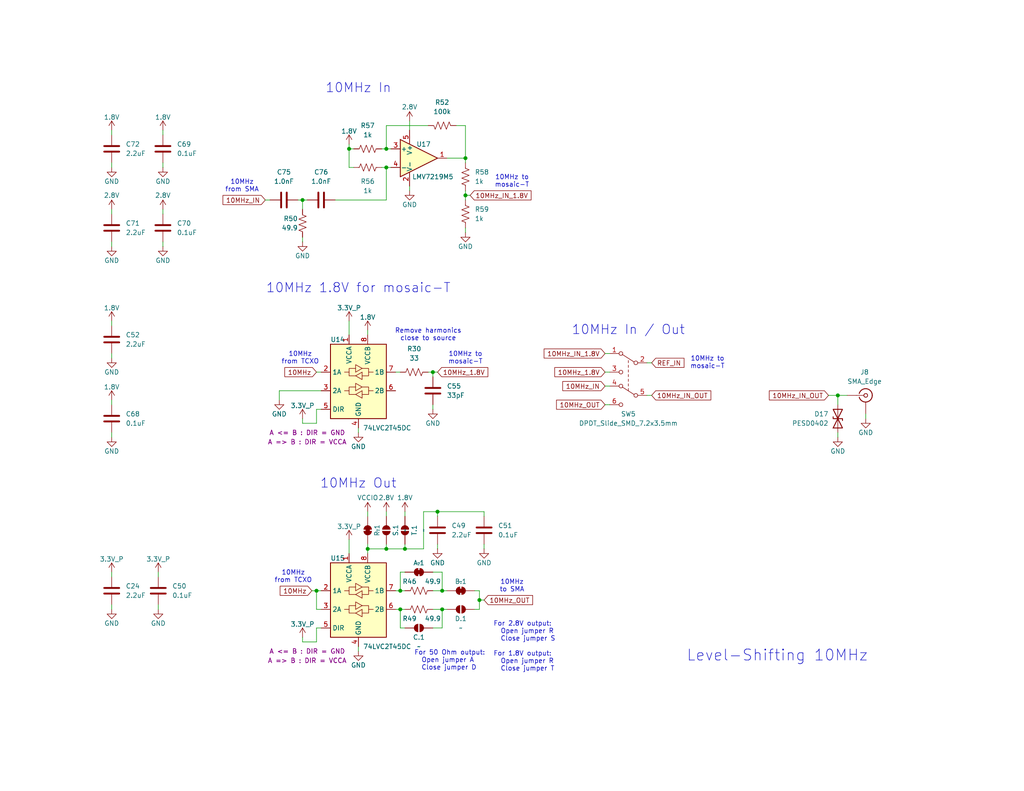
<source format=kicad_sch>
(kicad_sch (version 20231120) (generator "eeschema") (generator_version "8.0")
  (paper "USLetter")
  (title_block (title "Level Shifting 10MHz"))
  (lib_symbols
    (symbol "SparkFun-Capacitor:0.1uF_0603_25V_20%" (pin_numbers hide) (pin_names (offset 0.254))
      (property "Reference" "C" (at 0.635 2.54 0))
      (property "Value" "0.1uF" (at 0.635 -2.54 0))
      (property "Voltage" "25V" (at 0 -6.35 0))
      (property "Tolerance" "20%" (at 0 -8.89 0))
      (symbol "0.1uF_0603_25V_20%_0_1"
        (polyline (pts (xy -2.032 -0.762) (xy 2.032 -0.762)) (stroke (width 0.508)))
        (polyline (pts (xy -2.032 0.762) (xy 2.032 0.762)) (stroke (width 0.508)))
      )
      (symbol "0.1uF_0603_25V_20%_1_1"
        (pin passive line (at 0 3.81 270) (length 2.794) (name "~") (number "1"))
        (pin passive line (at 0 -3.81 90) (length 2.794) (name "~") (number "2"))
      )
    )
    (symbol "SparkFun-Capacitor:1.0nF_0603_50V_10%" (pin_numbers hide) (pin_names (offset 0.254))
      (property "Reference" "C" (at 0.635 2.54 0))
      (property "Value" "1.0nF" (at 0.635 -2.54 0))
      (property "Voltage" "50V" (at 0 -6.35 0))
      (property "Tolerance" "10%" (at 0 -8.89 0))
      (symbol "1.0nF_0603_50V_10%_0_1"
        (polyline (pts (xy -2.032 -0.762) (xy 2.032 -0.762)) (stroke (width 0.508)))
        (polyline (pts (xy -2.032 0.762) (xy 2.032 0.762)) (stroke (width 0.508)))
      )
      (symbol "1.0nF_0603_50V_10%_1_1"
        (pin passive line (at 0 3.81 270) (length 2.794) (name "~") (number "1"))
        (pin passive line (at 0 -3.81 90) (length 2.794) (name "~") (number "2"))
      )
    )
    (symbol "SparkFun-Capacitor:2.2uF_0603_10V_20%" (pin_numbers hide) (pin_names (offset 0.254))
      (property "Reference" "C" (at 0.635 2.54 0))
      (property "Value" "2.2uF" (at 0.635 -2.54 0))
      (property "Voltage" "10V" (at 0 -6.35 0))
      (property "Tolerance" "20%" (at 0 -8.89 0))
      (symbol "2.2uF_0603_10V_20%_0_1"
        (polyline (pts (xy -2.032 -0.762) (xy 2.032 -0.762)) (stroke (width 0.508)))
        (polyline (pts (xy -2.032 0.762) (xy 2.032 0.762)) (stroke (width 0.508)))
      )
      (symbol "2.2uF_0603_10V_20%_1_1"
        (pin passive line (at 0 3.81 270) (length 2.794) (name "~") (number "1"))
        (pin passive line (at 0 -3.81 90) (length 2.794) (name "~") (number "2"))
      )
    )
    (symbol "SparkFun-Capacitor:33pF_0603_50V_5%" (pin_numbers hide) (pin_names (offset 0.254))
      (property "Reference" "C" (at 0.635 2.54 0))
      (property "Value" "33pF" (at 0.635 -2.54 0))
      (property "Voltage" "50V" (at 0 -6.35 0))
      (property "Tolerance" "5%" (at 0 -8.89 0))
      (symbol "33pF_0603_50V_5%_0_1"
        (polyline (pts (xy -2.032 -0.762) (xy 2.032 -0.762)) (stroke (width 0.508)))
        (polyline (pts (xy -2.032 0.762) (xy 2.032 0.762)) (stroke (width 0.508)))
      )
      (symbol "33pF_0603_50V_5%_1_1"
        (pin passive line (at 0 3.81 270) (length 2.794) (name "~") (number "1"))
        (pin passive line (at 0 -3.81 90) (length 2.794) (name "~") (number "2"))
      )
    )
    (symbol "SparkFun-DiscreteSemi:D_TVS_0402" (pin_numbers hide) (pin_names (offset 1.016) hide)
      (property "Reference" "D" (at 0 2.54 0))
      (property "Value" "PESD0402" (at 0 -2.54 0))
      (symbol "D_TVS_0402_0_1"
        (polyline (pts (xy 1.27 0) (xy -1.27 0)))
        (polyline (pts (xy 0.508 1.27) (xy 0 1.27) (xy 0 -1.27) (xy -0.508 -1.27)) (stroke (width 0.254)))
        (polyline (pts (xy -2.54 1.27) (xy -2.54 -1.27) (xy 2.54 1.27) (xy 2.54 -1.27) (xy -2.54 1.27)) (stroke (width 0.254)))
      )
      (symbol "D_TVS_0402_1_1"
        (pin passive line (at -3.81 0 0) (length 2.54) (name "A1") (number "1"))
        (pin passive line (at 3.81 0 180) (length 2.54) (name "A2") (number "2"))
      )
    )
    (symbol "SparkFun-IC-Amplifier:LMV7219M5" (pin_names (offset 0.127))
      (property "Reference" "U" (at -1.27 6.35 0))
      (property "Value" "LMV7219M5" (at -1.27 3.81 0))
      (symbol "LMV7219M5_0_1"
        (polyline (pts (xy -5.08 5.08) (xy 5.08 0) (xy -5.08 -5.08) (xy -5.08 5.08)) (stroke (width 0.254)) (fill (type background)))
        (pin power_in line (at -2.54 -7.62 90) (length 3.81) (name "V-") (number "2"))
        (pin power_in line (at -2.54 7.62 270) (length 3.81) (name "V+") (number "5"))
      )
      (symbol "LMV7219M5_1_1"
        (pin output line (at 7.62 0 180) (length 2.54) (name "~") (number "1"))
        (pin input line (at -7.62 2.54 0) (length 2.54) (name "+") (number "3"))
        (pin input line (at -7.62 -2.54 0) (length 2.54) (name "-") (number "4"))
      )
    )
    (symbol "SparkFun-IC-Logic:74LVC2T45DC"
      (property "Reference" "U" (at -6.985 11.43 0))
      (property "Value" "74LVC2T45DC" (at 7.62 -12.065 0))
      (property "DIR1" "A <= B : DIR = GND" (at -13.335 -12.065 0))
      (property "DIR2" "A => B : DIR = VCCA" (at -13.335 -13.97 0))
      (symbol "74LVC2T45DC_1_1"
        (rectangle (start -7.62 10.16) (end 7.62 -10.16) (stroke (width 0.254)) (fill (type background)))
        (polyline (pts (xy -2.54 -2.54) (xy -2.54 -1.524) (xy -0.762 -1.524)))
        (polyline (pts (xy -2.54 2.54) (xy -2.54 3.556) (xy -0.762 3.556)))
        (polyline (pts (xy 2.794 -2.54) (xy 2.794 -3.556) (xy 1.016 -3.556)))
        (polyline (pts (xy 2.794 2.54) (xy 2.794 1.524) (xy 1.016 1.524)))
        (polyline (pts (xy -0.762 -3.556) (xy -2.54 -3.556) (xy -2.54 -2.54) (xy -3.81 -2.54)))
        (polyline (pts (xy -0.762 -2.54) (xy -0.762 -0.508) (xy 1.016 -1.524) (xy -0.762 -2.54)))
        (polyline (pts (xy -0.762 1.524) (xy -2.54 1.524) (xy -2.54 2.54) (xy -3.81 2.54)))
        (polyline (pts (xy -0.762 2.54) (xy -0.762 4.572) (xy 1.016 3.556) (xy -0.762 2.54)))
        (polyline (pts (xy 1.016 -1.524) (xy 2.794 -1.524) (xy 2.794 -2.54) (xy 4.064 -2.54)))
        (polyline (pts (xy 1.016 3.556) (xy 2.794 3.556) (xy 2.794 2.54) (xy 4.064 2.54)))
        (polyline (pts (xy 1.016 -2.54) (xy 1.016 -4.318) (xy 1.016 -4.572) (xy -0.762 -3.556) (xy 1.016 -2.54)))
        (polyline (pts (xy 1.016 2.54) (xy 1.016 0.762) (xy 1.016 0.508) (xy -0.762 1.524) (xy 1.016 2.54)))
        (pin power_in line (at -2.54 12.7 270) (length 2.54) (name "VCCA") (number "1"))
        (pin bidirectional line (at -10.16 2.54 0) (length 2.54) (name "1A") (number "2"))
        (pin bidirectional line (at -10.16 -2.54 0) (length 2.54) (name "2A") (number "3"))
        (pin power_in line (at 0 -12.7 90) (length 2.54) (name "GND") (number "4"))
        (pin input line (at -10.16 -7.62 0) (length 2.54) (name "DIR") (number "5"))
        (pin bidirectional line (at 10.16 -2.54 180) (length 2.54) (name "2B") (number "6"))
        (pin bidirectional line (at 10.16 2.54 180) (length 2.54) (name "1B") (number "7"))
        (pin power_in line (at 2.54 12.7 270) (length 2.54) (name "VCCB") (number "8"))
      )
    )
    (symbol "SparkFun-Jumper:SolderJumper_2_Bridged" (pin_numbers hide) (pin_names (offset 0) hide)
      (property "Reference" "JP" (at 0 2.032 0))
      (property "Value" "~" (at 0 -2.54 0))
      (symbol "SolderJumper_2_Bridged_0_1"
        (rectangle (start -0.508 0.508) (end 0.508 -0.508) (fill (type outline)))
        (arc (start -0.254 1.016) (mid -1.2656 0) (end -0.254 -1.016))
        (arc (start -0.254 1.016) (mid -1.2656 0) (end -0.254 -1.016) (fill (type outline)))
        (polyline (pts (xy -0.254 1.016) (xy -0.254 -1.016)))
        (polyline (pts (xy 0.254 1.016) (xy 0.254 -1.016)))
        (arc (start 0.254 -1.016) (mid 1.2656 0) (end 0.254 1.016))
        (arc (start 0.254 -1.016) (mid 1.2656 0) (end 0.254 1.016) (fill (type outline)))
      )
      (symbol "SolderJumper_2_Bridged_1_1"
        (pin passive line (at -3.81 0 0) (length 2.54) (name "A") (number "1"))
        (pin passive line (at 3.81 0 180) (length 2.54) (name "B") (number "2"))
      )
    )
    (symbol "SparkFun-Jumper:SolderJumper_2_Open" (pin_numbers hide) (pin_names (offset 0) hide)
      (property "Reference" "JP" (at 0 2.032 0))
      (property "Value" "~" (at 0 -2.54 0))
      (symbol "SolderJumper_2_Open_0_1"
        (arc (start -0.254 1.016) (mid -1.2656 0) (end -0.254 -1.016))
        (arc (start -0.254 1.016) (mid -1.2656 0) (end -0.254 -1.016) (fill (type outline)))
        (polyline (pts (xy -0.254 1.016) (xy -0.254 -1.016)))
        (polyline (pts (xy 0.254 1.016) (xy 0.254 -1.016)))
        (arc (start 0.254 -1.016) (mid 1.2656 0) (end 0.254 1.016))
        (arc (start 0.254 -1.016) (mid 1.2656 0) (end 0.254 1.016) (fill (type outline)))
      )
      (symbol "SolderJumper_2_Open_1_1"
        (pin passive line (at -3.81 0 0) (length 2.54) (name "A") (number "1"))
        (pin passive line (at 3.81 0 180) (length 2.54) (name "B") (number "2"))
      )
    )
    (symbol "SparkFun-PowerSymbol:1.8V" (power) (pin_names (offset 0))
      (property "Value" "1.8V" (at 0 3.81 0))
      (symbol "1.8V_0_1"
        (polyline (pts (xy 0 0) (xy 0 2.54)))
        (polyline (pts (xy 0 2.54) (xy 0.762 1.27)))
      )
      (symbol "1.8V_1_1"
        (polyline (pts (xy -0.762 1.27) (xy 0 2.54)))
        (pin power_in line (at 0 0 90) (length 0) hide (name "1.8V") (number "1"))
      )
    )
    (symbol "SparkFun-PowerSymbol:2.8V" (power) (pin_names (offset 0))
      (property "Value" "2.8V" (at 0 3.81 0))
      (symbol "2.8V_0_1"
        (polyline (pts (xy 0 0) (xy 0 2.54)))
        (polyline (pts (xy 0 2.54) (xy 0.762 1.27)))
      )
      (symbol "2.8V_1_1"
        (polyline (pts (xy -0.762 1.27) (xy 0 2.54)))
        (pin power_in line (at 0 0 90) (length 0) hide (name "2.8V") (number "1"))
      )
    )
    (symbol "SparkFun-PowerSymbol:3.3V_P" (power) (pin_names (offset 0))
      (property "Value" "3.3V_P" (at 0 3.81 0))
      (symbol "3.3V_P_0_1"
        (polyline (pts (xy 0 0) (xy 0 2.54)))
        (polyline (pts (xy 0 2.54) (xy 0.762 1.27)))
      )
      (symbol "3.3V_P_1_1"
        (polyline (pts (xy -0.762 1.27) (xy 0 2.54)))
        (pin power_in line (at 0 0 90) (length 0) hide (name "3.3V_P") (number "1"))
      )
    )
    (symbol "SparkFun-PowerSymbol:GND" (power) (pin_names (offset 0))
      (property "Value" "GND" (at 0 -3.81 0))
      (symbol "GND_0_1"
        (polyline (pts (xy 0 0) (xy 0 -1.27) (xy 1.27 -1.27) (xy 0 -2.54) (xy -1.27 -1.27) (xy 0 -1.27)))
      )
      (symbol "GND_1_1"
        (pin power_in line (at 0 0 270) (length 0) hide (name "GND") (number "1"))
      )
    )
    (symbol "SparkFun-PowerSymbol:VCC" (power) (pin_names (offset 0))
      (property "Value" "VCC" (at 0 3.81 0))
      (symbol "VCC_0_1"
        (polyline (pts (xy -0.762 1.27) (xy 0 2.54)))
        (polyline (pts (xy 0 0) (xy 0 2.54)))
        (polyline (pts (xy 0 2.54) (xy 0.762 1.27)))
      )
      (symbol "VCC_1_1"
        (pin power_in line (at 0 0 90) (length 0) hide (name "VCC") (number "1"))
      )
    )
    (symbol "SparkFun-RF:SMA_EdgeMount" (pin_numbers hide) (pin_names (offset 1.016) hide)
      (property "Reference" "J" (at 0.254 3.048 0))
      (property "Value" "SMA_Edge" (at 3.81 0 90))
      (symbol "SMA_EdgeMount_0_1"
        (arc (start -1.778 -0.508) (mid 0.2311 -1.8066) (end 1.778 0) (stroke (width 0.254)))
        (polyline (pts (xy -2.54 0) (xy -0.508 0)))
        (polyline (pts (xy 0 -2.54) (xy 0 -1.778)))
        (circle (center 0 0) (radius 0.508) (stroke (width 0.2032)))
        (arc (start 1.778 0) (mid 0.2099 1.8101) (end -1.778 0.508) (stroke (width 0.254)))
      )
      (symbol "SMA_EdgeMount_1_1"
        (pin passive line (at -5.08 0 0) (length 2.54) (name "In") (number "1"))
        (pin passive line (at 0 -5.08 90) (length 2.54) (name "Ext") (number "2"))
      )
    )
    (symbol "SparkFun-Resistor:100k_0603" (pin_numbers hide) (pin_names (offset 0))
      (property "Reference" "R" (at 0 -2.54 0))
      (property "Value" "100k" (at 0 2.54 0))
      (symbol "100k_0603_0_1"
        (polyline (pts (xy -2.286 0) (xy -2.54 0)))
        (polyline (pts (xy 2.286 0) (xy 2.54 0)))
        (polyline (pts (xy -0.762 0) (xy -1.143 -1.016) (xy -1.524 0) (xy -1.905 1.016) (xy -2.286 0)))
        (polyline (pts (xy 0.762 0) (xy 0.381 -1.016) (xy 0 0) (xy -0.381 1.016) (xy -0.762 0)))
        (polyline (pts (xy 2.286 0) (xy 1.905 -1.016) (xy 1.524 0) (xy 1.143 1.016) (xy 0.762 0)))
      )
      (symbol "100k_0603_1_1"
        (pin passive line (at 3.81 0 180) (length 1.27) (name "~") (number "1"))
        (pin passive line (at -3.81 0 0) (length 1.27) (name "~") (number "2"))
      )
    )
    (symbol "SparkFun-Resistor:1k_0603" (pin_numbers hide) (pin_names (offset 0))
      (property "Reference" "R" (at 0 -2.54 0))
      (property "Value" "1k" (at 0 2.54 0))
      (symbol "1k_0603_0_1"
        (polyline (pts (xy -2.286 0) (xy -2.54 0)))
        (polyline (pts (xy 2.286 0) (xy 2.54 0)))
        (polyline (pts (xy -0.762 0) (xy -1.143 -1.016) (xy -1.524 0) (xy -1.905 1.016) (xy -2.286 0)))
        (polyline (pts (xy 0.762 0) (xy 0.381 -1.016) (xy 0 0) (xy -0.381 1.016) (xy -0.762 0)))
        (polyline (pts (xy 2.286 0) (xy 1.905 -1.016) (xy 1.524 0) (xy 1.143 1.016) (xy 0.762 0)))
      )
      (symbol "1k_0603_1_1"
        (pin passive line (at 3.81 0 180) (length 1.27) (name "~") (number "1"))
        (pin passive line (at -3.81 0 0) (length 1.27) (name "~") (number "2"))
      )
    )
    (symbol "SparkFun-Resistor:33_0603" (pin_numbers hide) (pin_names (offset 0))
      (property "Reference" "R" (at 0 -2.54 0))
      (property "Value" "33" (at 0 2.54 0))
      (symbol "33_0603_0_1"
        (polyline (pts (xy -2.286 0) (xy -2.54 0)))
        (polyline (pts (xy 2.286 0) (xy 2.54 0)))
        (polyline (pts (xy -0.762 0) (xy -1.143 -1.016) (xy -1.524 0) (xy -1.905 1.016) (xy -2.286 0)))
        (polyline (pts (xy 0.762 0) (xy 0.381 -1.016) (xy 0 0) (xy -0.381 1.016) (xy -0.762 0)))
        (polyline (pts (xy 2.286 0) (xy 1.905 -1.016) (xy 1.524 0) (xy 1.143 1.016) (xy 0.762 0)))
      )
      (symbol "33_0603_1_1"
        (pin passive line (at 3.81 0 180) (length 1.27) (name "~") (number "1"))
        (pin passive line (at -3.81 0 0) (length 1.27) (name "~") (number "2"))
      )
    )
    (symbol "SparkFun-Resistor:49.9_0603" (pin_numbers hide) (pin_names (offset 0))
      (property "Reference" "R" (at 0 -2.54 0))
      (property "Value" "49.9" (at 0 2.54 0))
      (symbol "49.9_0603_0_1"
        (polyline (pts (xy -2.286 0) (xy -2.54 0)))
        (polyline (pts (xy 2.286 0) (xy 2.54 0)))
        (polyline (pts (xy -0.762 0) (xy -1.143 -1.016) (xy -1.524 0) (xy -1.905 1.016) (xy -2.286 0)))
        (polyline (pts (xy 0.762 0) (xy 0.381 -1.016) (xy 0 0) (xy -0.381 1.016) (xy -0.762 0)))
        (polyline (pts (xy 2.286 0) (xy 1.905 -1.016) (xy 1.524 0) (xy 1.143 1.016) (xy 0.762 0)))
      )
      (symbol "49.9_0603_1_1"
        (pin passive line (at 3.81 0 180) (length 1.27) (name "~") (number "1"))
        (pin passive line (at -3.81 0 0) (length 1.27) (name "~") (number "2"))
      )
    )
    (symbol "SparkFun-Switch:DPDT_Slide_SMD_7.2x3.5mm" (pin_names (offset 0) hide)
      (property "Reference" "SW" (at 0 4.318 0))
      (property "Value" "DPDT_Slide_SMD_7.2x3.5mm" (at 0 -13.97 0))
      (symbol "DPDT_Slide_SMD_7.2x3.5mm_0_0"
        (circle (center -2.032 -8.89) (radius 0.508))
        (circle (center -2.032 0) (radius 0.508))
        (polyline (pts (xy 0 -7.62) (xy 0 -6.985)))
        (polyline (pts (xy 0 -6.35) (xy 0 -5.715)))
        (polyline (pts (xy 0 -5.08) (xy 0 -4.445)))
        (polyline (pts (xy 0 -3.81) (xy 0 -3.175)))
        (polyline (pts (xy 0 -2.54) (xy 0 -1.905)))
        (polyline (pts (xy 0 -1.27) (xy 0 -0.635)))
        (polyline (pts (xy 0 0) (xy 0 0.635)))
        (circle (center 2.032 -11.43) (radius 0.508))
        (circle (center 2.032 -2.54) (radius 0.508))
      )
      (symbol "DPDT_Slide_SMD_7.2x3.5mm_0_1"
        (polyline (pts (xy -1.524 -8.636) (xy 1.651 -6.604)))
        (polyline (pts (xy -1.524 0.254) (xy 1.651 2.286)))
        (circle (center 2.032 -6.35) (radius 0.508))
        (circle (center 2.032 2.54) (radius 0.508))
      )
      (symbol "DPDT_Slide_SMD_7.2x3.5mm_1_1"
        (pin passive line (at 5.08 2.54 180) (length 2.54) (name "A") (number "1"))
        (pin passive line (at -5.08 0 0) (length 2.54) (name "B") (number "2"))
        (pin passive line (at 5.08 -2.54 180) (length 2.54) (name "C") (number "3"))
        (pin passive line (at 5.08 -6.35 180) (length 2.54) (name "A") (number "4"))
        (pin passive line (at -5.08 -8.89 0) (length 2.54) (name "B") (number "5"))
        (pin passive line (at 5.08 -11.43 180) (length 2.54) (name "C") (number "6"))
      )
    )
    (symbol "power:GND" (power) (pin_numbers hide) (pin_names (offset 0) hide)
      (property "Value" "GND" (at 0 -3.81 0))
      (symbol "GND_0_1"
        (polyline (pts (xy 0 0) (xy 0 -1.27) (xy 1.27 -1.27) (xy 0 -2.54) (xy -1.27 -1.27) (xy 0 -1.27)))
      )
      (symbol "GND_1_1"
        (pin power_in line (at 0 0 270) (length 0) (name "~") (number "1"))
      )
    )
  )
  (junction (at 95.25 40.64))
  (junction (at 86.36 161.29))
  (junction (at 100.33 149.86))
  (junction (at 127 53.34))
  (junction (at 109.22 161.29))
  (junction (at 110.49 149.86))
  (junction (at 82.55 54.61))
  (junction (at 105.41 149.86))
  (junction (at 105.41 45.72))
  (junction (at 120.65 161.29))
  (junction (at 120.65 166.37))
  (junction (at 105.41 40.64))
  (junction (at 127 43.18))
  (junction (at 130.81 163.83))
  (junction (at 118.11 101.6))
  (junction (at 228.6 107.95))
  (junction (at 109.22 166.37))
  (junction (at 119.38 139.7))
  (wire (pts (xy 86.36 175.26) (xy 86.36 171.45)))
  (wire (pts (xy 110.49 149.86) (xy 115.57 149.86)))
  (wire (pts (xy 115.57 139.7) (xy 115.57 149.86)))
  (wire (pts (xy 96.52 45.72) (xy 95.25 45.72)))
  (wire (pts (xy 111.76 50.8) (xy 111.76 52.07)))
  (wire (pts (xy 30.48 88.9) (xy 30.48 87.63)))
  (wire (pts (xy 30.48 157.48) (xy 30.48 156.21)))
  (wire (pts (xy 30.48 97.79) (xy 30.48 96.52)))
  (wire (pts (xy 129.54 161.29) (xy 130.81 161.29)))
  (wire (pts (xy 118.11 161.29) (xy 120.65 161.29)))
  (wire (pts (xy 109.22 156.21) (xy 109.22 161.29)))
  (wire (pts (xy 72.39 54.61) (xy 73.66 54.61)))
  (wire (pts (xy 109.22 161.29) (xy 110.49 161.29)))
  (wire (pts (xy 82.55 64.77) (xy 82.55 66.04)))
  (wire (pts (xy 111.76 33.02) (xy 111.76 35.56)))
  (wire (pts (xy 30.48 36.83) (xy 30.48 35.56)))
  (wire (pts (xy 107.95 161.29) (xy 109.22 161.29)))
  (wire (pts (xy 100.33 90.17) (xy 100.33 91.44)))
  (wire (pts (xy 87.63 166.37) (xy 86.36 166.37)))
  (wire (pts (xy 129.54 166.37) (xy 130.81 166.37)))
  (wire (pts (xy 107.95 101.6) (xy 109.22 101.6)))
  (wire (pts (xy 226.06 107.95) (xy 228.6 107.95)))
  (wire (pts (xy 127 44.45) (xy 127 43.18)))
  (wire (pts (xy 30.48 166.37) (xy 30.48 165.1)))
  (wire (pts (xy 119.38 140.97) (xy 119.38 139.7)))
  (wire (pts (xy 95.25 40.64) (xy 95.25 45.72)))
  (wire (pts (xy 116.84 101.6) (xy 118.11 101.6)))
  (wire (pts (xy 132.08 149.86) (xy 132.08 148.59)))
  (wire (pts (xy 127 53.34) (xy 127 54.61)))
  (wire (pts (xy 105.41 34.29) (xy 105.41 40.64)))
  (wire (pts (xy 109.22 166.37) (xy 109.22 171.45)))
  (wire (pts (xy 86.36 101.6) (xy 87.63 101.6)))
  (wire (pts (xy 118.11 166.37) (xy 120.65 166.37)))
  (wire (pts (xy 82.55 115.57) (xy 86.36 115.57)))
  (wire (pts (xy 86.36 161.29) (xy 86.36 166.37)))
  (wire (pts (xy 95.25 40.64) (xy 96.52 40.64)))
  (wire (pts (xy 43.18 157.48) (xy 43.18 156.21)))
  (wire (pts (xy 85.09 161.29) (xy 86.36 161.29)))
  (wire (pts (xy 43.18 166.37) (xy 43.18 165.1)))
  (wire (pts (xy 105.41 148.59) (xy 105.41 149.86)))
  (wire (pts (xy 105.41 40.64) (xy 106.68 40.64)))
  (wire (pts (xy 76.2 106.68) (xy 76.2 109.22)))
  (wire (pts (xy 119.38 139.7) (xy 115.57 139.7)))
  (wire (pts (xy 44.45 67.31) (xy 44.45 66.04)))
  (wire (pts (xy 30.48 110.49) (xy 30.48 109.22)))
  (wire (pts (xy 104.14 45.72) (xy 105.41 45.72)))
  (wire (pts (xy 118.11 171.45) (xy 120.65 171.45)))
  (wire (pts (xy 165.1 110.49) (xy 166.37 110.49)))
  (wire (pts (xy 91.44 54.61) (xy 105.41 54.61)))
  (wire (pts (xy 116.84 34.29) (xy 105.41 34.29)))
  (wire (pts (xy 86.36 161.29) (xy 87.63 161.29)))
  (wire (pts (xy 30.48 45.72) (xy 30.48 44.45)))
  (wire (pts (xy 118.11 101.6) (xy 119.38 101.6)))
  (wire (pts (xy 95.25 87.63) (xy 95.25 91.44)))
  (wire (pts (xy 100.33 149.86) (xy 105.41 149.86)))
  (wire (pts (xy 110.49 156.21) (xy 109.22 156.21)))
  (wire (pts (xy 120.65 156.21) (xy 120.65 161.29)))
  (wire (pts (xy 165.1 96.52) (xy 166.37 96.52)))
  (wire (pts (xy 105.41 45.72) (xy 105.41 54.61)))
  (wire (pts (xy 118.11 156.21) (xy 120.65 156.21)))
  (wire (pts (xy 81.28 54.61) (xy 82.55 54.61)))
  (wire (pts (xy 127 62.23) (xy 127 63.5)))
  (wire (pts (xy 130.81 161.29) (xy 130.81 163.83)))
  (wire (pts (xy 82.55 175.26) (xy 86.36 175.26)))
  (wire (pts (xy 30.48 67.31) (xy 30.48 66.04)))
  (wire (pts (xy 97.79 116.84) (xy 97.79 118.11)))
  (wire (pts (xy 105.41 139.7) (xy 105.41 140.97)))
  (wire (pts (xy 120.65 166.37) (xy 120.65 171.45)))
  (wire (pts (xy 127 34.29) (xy 127 43.18)))
  (wire (pts (xy 107.95 166.37) (xy 109.22 166.37)))
  (wire (pts (xy 236.22 113.03) (xy 236.22 114.3)))
  (wire (pts (xy 86.36 111.76) (xy 87.63 111.76)))
  (wire (pts (xy 109.22 166.37) (xy 110.49 166.37)))
  (wire (pts (xy 176.53 99.06) (xy 177.8 99.06)))
  (wire (pts (xy 44.45 45.72) (xy 44.45 44.45)))
  (wire (pts (xy 105.41 149.86) (xy 110.49 149.86)))
  (wire (pts (xy 110.49 139.7) (xy 110.49 140.97)))
  (wire (pts (xy 132.08 140.97) (xy 132.08 139.7)))
  (wire (pts (xy 82.55 173.99) (xy 82.55 175.26)))
  (wire (pts (xy 127 52.07) (xy 127 53.34)))
  (wire (pts (xy 100.33 149.86) (xy 100.33 151.13)))
  (wire (pts (xy 121.92 43.18) (xy 127 43.18)))
  (wire (pts (xy 105.41 45.72) (xy 106.68 45.72)))
  (wire (pts (xy 97.79 176.53) (xy 97.79 177.8)))
  (wire (pts (xy 82.55 54.61) (xy 83.82 54.61)))
  (wire (pts (xy 119.38 139.7) (xy 132.08 139.7)))
  (wire (pts (xy 44.45 58.42) (xy 44.45 57.15)))
  (wire (pts (xy 130.81 163.83) (xy 130.81 166.37)))
  (wire (pts (xy 120.65 161.29) (xy 121.92 161.29)))
  (wire (pts (xy 118.11 110.49) (xy 118.11 111.76)))
  (wire (pts (xy 124.46 34.29) (xy 127 34.29)))
  (wire (pts (xy 127 53.34) (xy 128.27 53.34)))
  (wire (pts (xy 165.1 105.41) (xy 166.37 105.41)))
  (wire (pts (xy 165.1 101.6) (xy 166.37 101.6)))
  (wire (pts (xy 95.25 147.32) (xy 95.25 151.13)))
  (wire (pts (xy 82.55 114.3) (xy 82.55 115.57)))
  (wire (pts (xy 87.63 106.68) (xy 76.2 106.68)))
  (wire (pts (xy 120.65 166.37) (xy 121.92 166.37)))
  (wire (pts (xy 104.14 40.64) (xy 105.41 40.64)))
  (wire (pts (xy 82.55 54.61) (xy 82.55 57.15)))
  (wire (pts (xy 30.48 58.42) (xy 30.48 57.15)))
  (wire (pts (xy 30.48 119.38) (xy 30.48 118.11)))
  (wire (pts (xy 95.25 39.37) (xy 95.25 40.64)))
  (wire (pts (xy 44.45 36.83) (xy 44.45 35.56)))
  (wire (pts (xy 228.6 119.38) (xy 228.6 118.11)))
  (wire (pts (xy 86.36 115.57) (xy 86.36 111.76)))
  (wire (pts (xy 110.49 148.59) (xy 110.49 149.86)))
  (wire (pts (xy 100.33 148.59) (xy 100.33 149.86)))
  (wire (pts (xy 228.6 107.95) (xy 231.14 107.95)))
  (wire (pts (xy 119.38 149.86) (xy 119.38 148.59)))
  (wire (pts (xy 100.33 139.7) (xy 100.33 140.97)))
  (wire (pts (xy 228.6 107.95) (xy 228.6 110.49)))
  (wire (pts (xy 110.49 171.45) (xy 109.22 171.45)))
  (wire (pts (xy 176.53 107.95) (xy 177.8 107.95)))
  (wire (pts (xy 130.81 163.83) (xy 132.08 163.83)))
  (wire (pts (xy 118.11 101.6) (xy 118.11 102.87)))
  (wire (pts (xy 86.36 171.45) (xy 87.63 171.45)))
  (text "10MHz\nfrom TCXO" (at 81.915 97.79 0) (effects (font (size 1.27 1.27))))
  (text "10MHz\nfrom SMA" (at 66.04 50.8 0) (effects (font (size 1.27 1.27))))
  (text "10MHz to\nmosaic-T" (at 139.7 49.53 0) (effects (font (size 1.27 1.27))))
  (text "10MHz to\nmosaic-T" (at 127 97.79 0) (effects (font (size 1.27 1.27))))
  (text "10MHz\nfrom TCXO" (at 80.01 157.48 0) (effects (font (size 1.27 1.27))))
  (text "10MHz In" (at 97.79 24.13 0) (effects (font (size 2.54 2.54))))
  (text "For 50 Ohm output:\n  Open jumper A\n  Close jumper D" (at 113.03 180.34 0) (effects (font (size 1.27 1.27)) (justify left)))
  (text "Remove harmonics\nclose to source" (at 116.84 91.44 0) (effects (font (size 1.27 1.27))))
  (text "For 2.8V output:\n  Open jumper R\n  Close jumper S\n\nFor 1.8V output:\n  Open jumper R\n  Close jumper T" (at 134.62 176.53 0) (effects (font (size 1.27 1.27)) (justify left)))
  (text "10MHz 1.8V for mosaic-T" (at 97.79 78.74 0) (effects (font (size 2.54 2.54))))
  (text "Level-Shifting 10MHz" (at 212.09 179.07 0) (effects (font (size 3 3))))
  (text "10MHz\nto SMA" (at 139.7 160.02 0) (effects (font (size 1.27 1.27))))
  (text "10MHz to\nmosaic-T" (at 193.04 99.06 0) (effects (font (size 1.27 1.27))))
  (text "10MHz In / Out" (at 171.45 90.17 0) (effects (font (size 2.54 2.54))))
  (text "10MHz Out" (at 97.79 132.08 0) (effects (font (size 2.54 2.54))))
  (global_label "10MHz_1.8V" (shape input) (at 119.38 101.6 0) (property "Intersheetrefs" "${INTERSHEET_REFS}" (effects (hide yes))))
  (global_label "10MHz" (shape input) (at 86.36 101.6 180) (property "Intersheetrefs" "${INTERSHEET_REFS}" (effects (hide yes))))
  (global_label "10MHz" (shape input) (at 85.09 161.29 180) (property "Intersheetrefs" "${INTERSHEET_REFS}" (effects (hide yes))))
  (global_label "10MHz_1.8V" (shape input) (at 165.1 101.6 180) (property "Intersheetrefs" "${INTERSHEET_REFS}" (effects (hide yes))))
  (global_label "10MHz_IN_1.8V" (shape input) (at 165.1 96.52 180) (property "Intersheetrefs" "${INTERSHEET_REFS}" (effects (hide yes))))
  (global_label "10MHz_OUT" (shape input) (at 132.08 163.83 0) (property "Intersheetrefs" "${INTERSHEET_REFS}" (effects (hide yes))))
  (global_label "10MHz_OUT" (shape input) (at 165.1 110.49 180) (property "Intersheetrefs" "${INTERSHEET_REFS}" (effects (hide yes))))
  (global_label "10MHz_IN_OUT" (shape input) (at 177.8 107.95 0) (property "Intersheetrefs" "${INTERSHEET_REFS}" (effects (hide yes))))
  (global_label "10MHz_IN_1.8V" (shape input) (at 128.27 53.34 0) (property "Intersheetrefs" "${INTERSHEET_REFS}" (effects (hide yes))))
  (global_label "10MHz_IN" (shape input) (at 165.1 105.41 180) (property "Intersheetrefs" "${INTERSHEET_REFS}" (effects (hide yes))))
  (global_label "10MHz_IN_OUT" (shape input) (at 226.06 107.95 180) (property "Intersheetrefs" "${INTERSHEET_REFS}" (effects (hide yes))))
  (global_label "REF_IN" (shape input) (at 177.8 99.06 0) (property "Intersheetrefs" "${INTERSHEET_REFS}" (effects (hide yes))))
  (global_label "10MHz_IN" (shape input) (at 72.39 54.61 180) (property "Intersheetrefs" "${INTERSHEET_REFS}" (effects (hide yes))))
  (symbol (lib_id "SparkFun-PowerSymbol:1.8V") (at 44.45 35.56 0) (unit 1)
    (property "Reference" "#PWR0249" (effects (hide yes)))
    (property "Value" "1.8V" (at 44.45 32.004 0))
    (property "Description" "Power symbol creates a global label with name \"1.8V\"" (effects (hide yes)))
  )
  (symbol (lib_id "SparkFun-PowerSymbol:1.8V") (at 30.48 109.22 0) (unit 1)
    (property "Reference" "#PWR0247" (effects (hide yes)))
    (property "Value" "1.8V" (at 30.48 105.664 0))
    (property "Description" "Power symbol creates a global label with name \"1.8V\"" (effects (hide yes)))
  )
  (symbol (lib_id "power:GND") (at 30.48 97.79 0) (unit 1)
    (property "Reference" "#PWR0246" (effects (hide yes)))
    (property "Value" "GND" (at 30.48 101.6 0))
    (property "Description" "Power symbol creates a global label with name \"GND\" , ground" (effects (hide yes)))
  )
  (symbol (lib_id "SparkFun-Capacitor:2.2uF_0603_10V_20%") (at 30.48 92.71 0) (mirror y) (unit 1)
    (property "Reference" "C52" (at 34.29 91.4399 0) (effects (justify right)))
    (property "Value" "2.2uF" (at 34.29 93.9799 0) (effects (justify right)))
    (property "Footprint" "SparkFun-Capacitor:C_0603_1608Metric" (effects (hide yes)))
    (property "Datasheet" "https://cdn.sparkfun.com/assets/8/a/4/a/5/Kemet_Capacitor_Datasheet.pdf" (effects (hide yes)))
    (property "Description" "Unpolarized capacitor" (effects (hide yes)))
    (property "PROD_ID" "CAP-07888" (effects (hide yes)))
    (property "Voltage" "10V" (effects (hide yes)))
    (property "Tolerance" "20%" (effects (hide yes)))
  )
  (symbol (lib_id "SparkFun-PowerSymbol:3.3V_P") (at 95.25 147.32 0) (unit 1)
    (property "Reference" "#PWR0189" (effects (hide yes)))
    (property "Value" "3.3V_P" (at 95.25 143.764 0))
    (property "Description" "Power symbol creates a global label with name \"3.3V_P\"" (effects (hide yes)))
  )
  (symbol (lib_id "SparkFun-PowerSymbol:3.3V_P") (at 95.25 87.63 0) (unit 1)
    (property "Reference" "#PWR0188" (effects (hide yes)))
    (property "Value" "3.3V_P" (at 95.25 84.074 0))
    (property "Description" "Power symbol creates a global label with name \"3.3V_P\"" (effects (hide yes)))
  )
  (symbol (lib_id "SparkFun-PowerSymbol:GND") (at 236.22 114.3 0) (unit 1)
    (property "Reference" "#PWR0211" (effects (hide yes)))
    (property "Value" "GND" (at 236.22 118.11 0))
    (property "Description" "Power symbol creates a global label with name \"GND\" , ground" (effects (hide yes)))
  )
  (symbol (lib_id "SparkFun-Capacitor:2.2uF_0603_10V_20%") (at 30.48 62.23 0) (mirror y) (unit 1)
    (property "Reference" "C71" (at 34.29 60.9599 0) (effects (justify right)))
    (property "Value" "2.2uF" (at 34.29 63.4999 0) (effects (justify right)))
    (property "Footprint" "SparkFun-Capacitor:C_0603_1608Metric" (effects (hide yes)))
    (property "Datasheet" "https://cdn.sparkfun.com/assets/8/a/4/a/5/Kemet_Capacitor_Datasheet.pdf" (effects (hide yes)))
    (property "Description" "Unpolarized capacitor" (effects (hide yes)))
    (property "PROD_ID" "CAP-07888" (effects (hide yes)))
    (property "Voltage" "10V" (effects (hide yes)))
    (property "Tolerance" "20%" (effects (hide yes)))
  )
  (symbol (lib_id "SparkFun-Resistor:1k_0603") (at 100.33 40.64 180) (unit 1)
    (property "Reference" "R57" (at 100.33 34.29 0))
    (property "Value" "1k" (at 100.33 36.83 0))
    (property "Footprint" "SparkFun-Resistor:R_0603_1608Metric" (effects (hide yes)))
    (property "Datasheet" "https://www.vishay.com/docs/20035/dcrcwe3.pdf" (effects (hide yes)))
    (property "Description" "Resistor" (effects (hide yes)))
    (property "PROD_ID" "RES-07856" (effects (hide yes)))
  )
  (symbol (lib_id "power:GND") (at 118.11 111.76 0) (unit 1)
    (property "Reference" "#PWR0194" (effects (hide yes)))
    (property "Value" "GND" (at 118.11 115.57 0))
    (property "Description" "Power symbol creates a global label with name \"GND\" , ground" (effects (hide yes)))
  )
  (symbol (lib_id "SparkFun-Jumper:SolderJumper_2_Bridged") (at 125.73 161.29 0) (unit 1)
    (property "Reference" "B.1" (at 125.73 158.75 0))
    (property "Value" "~" (at 125.73 158.75 0))
    (property "Footprint" "SparkFun-Jumper:Jumper_2_NC_Trace" (effects (hide yes)))
    (property "Description" "Solder Jumper, 2-pole, closed/bridged" (effects (hide yes)))
  )
  (symbol (lib_id "SparkFun-Resistor:1k_0603") (at 127 48.26 270) (unit 1)
    (property "Reference" "R58" (at 129.54 46.9899 90) (effects (justify left)))
    (property "Value" "1k" (at 129.54 49.5299 90) (effects (justify left)))
    (property "Footprint" "SparkFun-Resistor:R_0603_1608Metric" (effects (hide yes)))
    (property "Datasheet" "https://www.vishay.com/docs/20035/dcrcwe3.pdf" (effects (hide yes)))
    (property "Description" "Resistor" (effects (hide yes)))
    (property "PROD_ID" "RES-07856" (effects (hide yes)))
  )
  (symbol (lib_id "SparkFun-PowerSymbol:1.8V") (at 110.49 139.7 0) (unit 1)
    (property "Reference" "#PWR0261" (effects (hide yes)))
    (property "Value" "1.8V" (at 110.49 135.89 0))
    (property "Description" "Power symbol creates a global label with name \"1.8V\"" (effects (hide yes)))
  )
  (symbol (lib_id "SparkFun-PowerSymbol:2.8V") (at 111.76 33.02 0) (unit 1)
    (property "Reference" "#PWR0260" (effects (hide yes)))
    (property "Value" "2.8V" (at 111.76 29.21 0))
    (property "Description" "Power symbol creates a global label with name \"2.8V\"" (effects (hide yes)))
  )
  (symbol (lib_id "SparkFun-Jumper:SolderJumper_2_Open") (at 114.3 171.45 0) (unit 1)
    (property "Reference" "C.1" (at 114.3 173.99 0))
    (property "Value" "~" (at 114.3 176.53 0))
    (property "Footprint" "SparkFun-Jumper:Jumper_2_NO" (effects (hide yes)))
    (property "Description" "Solder Jumper, 2-pole, open" (effects (hide yes)))
  )
  (symbol (lib_id "SparkFun-Capacitor:0.1uF_0603_25V_20%") (at 30.48 114.3 0) (unit 1)
    (property "Reference" "C68" (at 34.29 113.0299 0) (effects (justify left)))
    (property "Value" "0.1uF" (at 34.29 115.5699 0) (effects (justify left)))
    (property "Footprint" "SparkFun-Capacitor:C_0603_1608Metric" (effects (hide yes)))
    (property "Datasheet" "https://cdn.sparkfun.com/assets/8/a/4/a/5/Kemet_Capacitor_Datasheet.pdf" (effects (hide yes)))
    (property "Description" "Unpolarized capacitor" (effects (hide yes)))
    (property "PROD_ID" "CAP-00810" (effects (hide yes)))
    (property "Voltage" "25V" (effects (hide yes)))
    (property "Tolerance" "20%" (effects (hide yes)))
  )
  (symbol (lib_id "SparkFun-Capacitor:2.2uF_0603_10V_20%") (at 30.48 161.29 0) (mirror y) (unit 1)
    (property "Reference" "C24" (at 34.29 160.0199 0) (effects (justify right)))
    (property "Value" "2.2uF" (at 34.29 162.5599 0) (effects (justify right)))
    (property "Footprint" "SparkFun-Capacitor:C_0603_1608Metric" (effects (hide yes)))
    (property "Datasheet" "https://cdn.sparkfun.com/assets/8/a/4/a/5/Kemet_Capacitor_Datasheet.pdf" (effects (hide yes)))
    (property "Description" "Unpolarized capacitor" (effects (hide yes)))
    (property "PROD_ID" "CAP-07888" (effects (hide yes)))
    (property "Voltage" "10V" (effects (hide yes)))
    (property "Tolerance" "20%" (effects (hide yes)))
  )
  (symbol (lib_id "SparkFun-IC-Logic:74LVC2T45DC") (at 97.79 163.83 0) (unit 1)
    (property "Reference" "U15" (at 90.17 152.4 0) (effects (justify left)))
    (property "Value" "74LVC2T45DC" (at 99.06 176.53 0) (effects (justify left)))
    (property "Footprint" "SparkFun-Semiconductor-Standard:VSSOP8_SOT765-1" (effects (hide yes)))
    (property "Datasheet" "https://assets.nexperia.com/documents/data-sheet/74LVC_LVCH2T45.pdf" (effects (hide yes)))
    (property "Description" "Dual supply translating transceiver, 3-state, 2-bit, VSSOP-8" (effects (hide yes)))
    (property "PROD_ID" "IC-19989" (effects (hide yes)))
    (property "DIR1" "A <= B : DIR = GND" (at 83.82 177.8 0))
    (property "DIR2" "A => B : DIR = VCCA" (at 83.82 180.34 0))
  )
  (symbol (lib_id "SparkFun-PowerSymbol:3.3V_P") (at 30.48 156.21 0) (unit 1)
    (property "Reference" "#PWR070" (effects (hide yes)))
    (property "Value" "3.3V_P" (at 30.48 152.654 0))
    (property "Description" "Power symbol creates a global label with name \"3.3V_P\"" (effects (hide yes)))
  )
  (symbol (lib_id "SparkFun-IC-Logic:74LVC2T45DC") (at 97.79 104.14 0) (unit 1)
    (property "Reference" "U14" (at 90.17 92.71 0) (effects (justify left)))
    (property "Value" "74LVC2T45DC" (at 99.06 116.84 0) (effects (justify left)))
    (property "Footprint" "SparkFun-Semiconductor-Standard:VSSOP8_SOT765-1" (effects (hide yes)))
    (property "Datasheet" "https://assets.nexperia.com/documents/data-sheet/74LVC_LVCH2T45.pdf" (effects (hide yes)))
    (property "Description" "Dual supply translating transceiver, 3-state, 2-bit, VSSOP-8" (effects (hide yes)))
    (property "PROD_ID" "IC-19989" (effects (hide yes)))
    (property "DIR1" "A <= B : DIR = GND" (at 83.82 118.11 0))
    (property "DIR2" "A => B : DIR = VCCA" (at 83.82 120.65 0))
  )
  (symbol (lib_id "power:GND") (at 132.08 149.86 0) (unit 1)
    (property "Reference" "#PWR0184" (effects (hide yes)))
    (property "Value" "GND" (at 132.08 153.67 0))
    (property "Description" "Power symbol creates a global label with name \"GND\" , ground" (effects (hide yes)))
  )
  (symbol (lib_id "SparkFun-Jumper:SolderJumper_2_Open") (at 125.73 166.37 0) (unit 1)
    (property "Reference" "D.1" (at 125.73 168.91 0))
    (property "Value" "~" (at 125.73 171.45 0))
    (property "Footprint" "SparkFun-Jumper:Jumper_2_NO" (effects (hide yes)))
    (property "Description" "Solder Jumper, 2-pole, open" (effects (hide yes)))
  )
  (symbol (lib_id "SparkFun-Resistor:49.9_0603") (at 114.3 166.37 0) (unit 1)
    (property "Reference" "R49" (at 111.76 168.91 0))
    (property "Value" "49.9" (at 118.11 168.91 0))
    (property "Footprint" "SparkFun-Resistor:R_0603_1608Metric" (effects (hide yes)))
    (property "Datasheet" "https://www.vishay.com/docs/20035/dcrcwe3.pdf" (effects (hide yes)))
    (property "Description" "Resistor" (effects (hide yes)))
    (property "PROD_ID" "RES-16237" (effects (hide yes)))
    (property "Wattage" "0.5W" (effects (hide yes)))
    (property "Tolerance" "1%" (effects (hide yes)))
  )
  (symbol (lib_id "SparkFun-Resistor:49.9_0603") (at 114.3 161.29 0) (unit 1)
    (property "Reference" "R46" (at 111.76 158.75 0))
    (property "Value" "49.9" (at 118.11 158.75 0))
    (property "Footprint" "SparkFun-Resistor:R_0603_1608Metric" (effects (hide yes)))
    (property "Datasheet" "https://www.vishay.com/docs/20035/dcrcwe3.pdf" (effects (hide yes)))
    (property "Description" "Resistor" (effects (hide yes)))
    (property "PROD_ID" "RES-16237" (effects (hide yes)))
    (property "Wattage" "0.5W" (effects (hide yes)))
    (property "Tolerance" "1%" (effects (hide yes)))
  )
  (symbol (lib_id "SparkFun-PowerSymbol:3.3V_P") (at 82.55 173.99 0) (unit 1)
    (property "Reference" "#PWR0187" (effects (hide yes)))
    (property "Value" "3.3V_P" (at 82.55 170.434 0))
    (property "Description" "Power symbol creates a global label with name \"3.3V_P\"" (effects (hide yes)))
  )
  (symbol (lib_id "power:GND") (at 43.18 166.37 0) (unit 1)
    (property "Reference" "#PWR0182" (effects (hide yes)))
    (property "Value" "GND" (at 43.18 170.18 0))
    (property "Description" "Power symbol creates a global label with name \"GND\" , ground" (effects (hide yes)))
  )
  (symbol (lib_id "SparkFun-PowerSymbol:2.8V") (at 105.41 139.7 0) (unit 1)
    (property "Reference" "#PWR0242" (effects (hide yes)))
    (property "Value" "2.8V" (at 105.41 135.89 0))
    (property "Description" "Power symbol creates a global label with name \"2.8V\"" (effects (hide yes)))
  )
  (symbol (lib_id "SparkFun-Resistor:1k_0603") (at 127 58.42 270) (unit 1)
    (property "Reference" "R59" (at 129.54 57.1499 90) (effects (justify left)))
    (property "Value" "1k" (at 129.54 59.6899 90) (effects (justify left)))
    (property "Footprint" "SparkFun-Resistor:R_0603_1608Metric" (effects (hide yes)))
    (property "Datasheet" "https://www.vishay.com/docs/20035/dcrcwe3.pdf" (effects (hide yes)))
    (property "Description" "Resistor" (effects (hide yes)))
    (property "PROD_ID" "RES-07856" (effects (hide yes)))
  )
  (symbol (lib_id "power:GND") (at 119.38 149.86 0) (unit 1)
    (property "Reference" "#PWR0180" (effects (hide yes)))
    (property "Value" "GND" (at 119.38 153.67 0))
    (property "Description" "Power symbol creates a global label with name \"GND\" , ground" (effects (hide yes)))
  )
  (symbol (lib_id "SparkFun-Resistor:33_0603") (at 113.03 101.6 0) (unit 1)
    (property "Reference" "R30" (at 113.03 95.25 0))
    (property "Value" "33" (at 113.03 97.79 0))
    (property "Footprint" "SparkFun-Resistor:R_0603_1608Metric" (effects (hide yes)))
    (property "Datasheet" "https://www.vishay.com/docs/20035/dcrcwe3.pdf" (effects (hide yes)))
    (property "Description" "Resistor" (effects (hide yes)))
    (property "PROD_ID" "RES-08270" (effects (hide yes)))
  )
  (symbol (lib_id "SparkFun-PowerSymbol:GND") (at 97.79 177.8 0) (unit 1)
    (property "Reference" "#PWR0191" (effects (hide yes)))
    (property "Value" "GND" (at 97.79 181.61 0))
    (property "Description" "Power symbol creates a global label with name \"GND\" , ground" (effects (hide yes)))
  )
  (symbol (lib_id "SparkFun-DiscreteSemi:D_TVS_0402") (at 228.6 114.3 90) (unit 1)
    (property "Reference" "D17" (at 226.06 113.0299 90) (effects (justify left)))
    (property "Value" "PESD0402" (at 226.06 115.5699 90) (effects (justify left)))
    (property "Footprint" "SparkFun-Capacitor:C_0402_1005Metric" (effects (hide yes)))
    (property "Datasheet" "https://www.littelfuse.com/~/media/electronics/product_specifications/polymer_esd_suppressors/littelfuse_polymer_esd_suppressor_pesd0402_140_product_specification.pdf.pdf" (effects (hide yes)))
    (property "Description" "Bidirectional transient-voltage-suppression diode" (effects (hide yes)))
    (property "PROD_ID" "DIO-15359" (effects (hide yes)))
  )
  (symbol (lib_id "SparkFun-Resistor:49.9_0603") (at 82.55 60.96 270) (unit 1)
    (property "Reference" "R50" (at 81.28 59.69 90) (effects (justify right)))
    (property "Value" "49.9" (at 81.28 62.23 90) (effects (justify right)))
    (property "Footprint" "SparkFun-Resistor:R_0603_1608Metric" (effects (hide yes)))
    (property "Datasheet" "https://www.vishay.com/docs/20035/dcrcwe3.pdf" (effects (hide yes)))
    (property "Description" "Resistor" (effects (hide yes)))
    (property "PROD_ID" "RES-16237" (effects (hide yes)))
    (property "Wattage" "0.5W" (effects (hide yes)))
    (property "Tolerance" "1%" (effects (hide yes)))
  )
  (symbol (lib_id "SparkFun-PowerSymbol:1.8V") (at 95.25 39.37 0) (unit 1)
    (property "Reference" "#PWR0203" (effects (hide yes)))
    (property "Value" "1.8V" (at 95.25 35.814 0))
    (property "Description" "Power symbol creates a global label with name \"1.8V\"" (effects (hide yes)))
  )
  (symbol (lib_id "power:GND") (at 30.48 45.72 0) (unit 1)
    (property "Reference" "#PWR0256" (effects (hide yes)))
    (property "Value" "GND" (at 30.48 49.53 0))
    (property "Description" "Power symbol creates a global label with name \"GND\" , ground" (effects (hide yes)))
  )
  (symbol (lib_id "SparkFun-Jumper:SolderJumper_2_Open") (at 105.41 144.78 90) (unit 1)
    (property "Reference" "S.1" (at 107.95 144.78 0))
    (property "Value" "~" (at 110.49 144.78 0))
    (property "Footprint" "SparkFun-Jumper:Jumper_2_NO" (effects (hide yes)))
    (property "Description" "Solder Jumper, 2-pole, open" (effects (hide yes)))
  )
  (symbol (lib_id "SparkFun-PowerSymbol:GND") (at 97.79 118.11 0) (unit 1)
    (property "Reference" "#PWR0190" (effects (hide yes)))
    (property "Value" "GND" (at 97.79 121.92 0))
    (property "Description" "Power symbol creates a global label with name \"GND\" , ground" (effects (hide yes)))
  )
  (symbol (lib_id "SparkFun-Resistor:100k_0603") (at 120.65 34.29 0) (mirror x) (unit 1)
    (property "Reference" "R52" (at 120.65 27.94 0))
    (property "Value" "100k" (at 120.65 30.48 0))
    (property "Footprint" "SparkFun-Resistor:R_0603_1608Metric" (effects (hide yes)))
    (property "Datasheet" "https://www.vishay.com/docs/20035/dcrcwe3.pdf" (effects (hide yes)))
    (property "Description" "Resistor" (effects (hide yes)))
    (property "PROD_ID" "RES-07828" (effects (hide yes)))
  )
  (symbol (lib_id "SparkFun-Capacitor:2.2uF_0603_10V_20%") (at 30.48 40.64 0) (mirror y) (unit 1)
    (property "Reference" "C72" (at 34.29 39.3699 0) (effects (justify right)))
    (property "Value" "2.2uF" (at 34.29 41.9099 0) (effects (justify right)))
    (property "Footprint" "SparkFun-Capacitor:C_0603_1608Metric" (effects (hide yes)))
    (property "Datasheet" "https://cdn.sparkfun.com/assets/8/a/4/a/5/Kemet_Capacitor_Datasheet.pdf" (effects (hide yes)))
    (property "Description" "Unpolarized capacitor" (effects (hide yes)))
    (property "PROD_ID" "CAP-07888" (effects (hide yes)))
    (property "Voltage" "10V" (effects (hide yes)))
    (property "Tolerance" "20%" (effects (hide yes)))
  )
  (symbol (lib_id "SparkFun-PowerSymbol:GND") (at 76.2 109.22 0) (unit 1)
    (property "Reference" "#PWR0185" (effects (hide yes)))
    (property "Value" "GND" (at 76.2 113.03 0))
    (property "Description" "Power symbol creates a global label with name \"GND\" , ground" (effects (hide yes)))
  )
  (symbol (lib_id "SparkFun-Jumper:SolderJumper_2_Bridged") (at 114.3 156.21 0) (unit 1)
    (property "Reference" "A.1" (at 114.3 153.67 0))
    (property "Value" "~" (at 114.3 153.67 0))
    (property "Footprint" "SparkFun-Jumper:Jumper_2_NC_Trace" (effects (hide yes)))
    (property "Description" "Solder Jumper, 2-pole, closed/bridged" (effects (hide yes)))
  )
  (symbol (lib_id "SparkFun-PowerSymbol:2.8V") (at 44.45 57.15 0) (unit 1)
    (property "Reference" "#PWR0251" (effects (hide yes)))
    (property "Value" "2.8V" (at 44.45 53.34 0))
    (property "Description" "Power symbol creates a global label with name \"2.8V\"" (effects (hide yes)))
  )
  (symbol (lib_id "SparkFun-Jumper:SolderJumper_2_Bridged") (at 100.33 144.78 270) (mirror x) (unit 1)
    (property "Reference" "R.1" (at 102.87 144.78 0))
    (property "Value" "~" (at 102.87 144.78 0))
    (property "Footprint" "SparkFun-Jumper:Jumper_2_NC_Trace" (effects (hide yes)))
    (property "Description" "Solder Jumper, 2-pole, closed/bridged" (effects (hide yes)))
  )
  (symbol (lib_id "SparkFun-PowerSymbol:1.8V") (at 100.33 90.17 0) (unit 1)
    (property "Reference" "#PWR0192" (effects (hide yes)))
    (property "Value" "1.8V" (at 100.33 86.614 0))
    (property "Description" "Power symbol creates a global label with name \"1.8V\"" (effects (hide yes)))
  )
  (symbol (lib_id "SparkFun-PowerSymbol:3.3V_P") (at 82.55 114.3 0) (unit 1)
    (property "Reference" "#PWR0186" (effects (hide yes)))
    (property "Value" "3.3V_P" (at 82.55 110.744 0))
    (property "Description" "Power symbol creates a global label with name \"3.3V_P\"" (effects (hide yes)))
  )
  (symbol (lib_id "SparkFun-Capacitor:1.0nF_0603_50V_10%") (at 87.63 54.61 90) (unit 1)
    (property "Reference" "C76" (at 87.63 46.99 90))
    (property "Value" "1.0nF" (at 87.63 49.53 90))
    (property "Footprint" "SparkFun-Capacitor:C_0603_1608Metric" (effects (hide yes)))
    (property "Datasheet" "https://cdn.sparkfun.com/assets/8/a/4/a/5/Kemet_Capacitor_Datasheet.pdf" (effects (hide yes)))
    (property "Description" "Unpolarized capacitor" (effects (hide yes)))
    (property "PROD_ID" "CAP-07886" (effects (hide yes)))
    (property "Voltage" "50V" (effects (hide yes)))
    (property "Tolerance" "10%" (effects (hide yes)))
  )
  (symbol (lib_id "power:GND") (at 30.48 166.37 0) (unit 1)
    (property "Reference" "#PWR071" (effects (hide yes)))
    (property "Value" "GND" (at 30.48 170.18 0))
    (property "Description" "Power symbol creates a global label with name \"GND\" , ground" (effects (hide yes)))
  )
  (symbol (lib_id "SparkFun-Capacitor:0.1uF_0603_25V_20%") (at 43.18 161.29 0) (unit 1)
    (property "Reference" "C50" (at 46.99 160.0199 0) (effects (justify left)))
    (property "Value" "0.1uF" (at 46.99 162.5599 0) (effects (justify left)))
    (property "Footprint" "SparkFun-Capacitor:C_0603_1608Metric" (effects (hide yes)))
    (property "Datasheet" "https://cdn.sparkfun.com/assets/8/a/4/a/5/Kemet_Capacitor_Datasheet.pdf" (effects (hide yes)))
    (property "Description" "Unpolarized capacitor" (effects (hide yes)))
    (property "PROD_ID" "CAP-00810" (effects (hide yes)))
    (property "Voltage" "25V" (effects (hide yes)))
    (property "Tolerance" "20%" (effects (hide yes)))
  )
  (symbol (lib_id "SparkFun-Capacitor:0.1uF_0603_25V_20%") (at 132.08 144.78 0) (unit 1)
    (property "Reference" "C51" (at 135.89 143.5099 0) (effects (justify left)))
    (property "Value" "0.1uF" (at 135.89 146.0499 0) (effects (justify left)))
    (property "Footprint" "SparkFun-Capacitor:C_0603_1608Metric" (effects (hide yes)))
    (property "Datasheet" "https://cdn.sparkfun.com/assets/8/a/4/a/5/Kemet_Capacitor_Datasheet.pdf" (effects (hide yes)))
    (property "Description" "Unpolarized capacitor" (effects (hide yes)))
    (property "PROD_ID" "CAP-00810" (effects (hide yes)))
    (property "Voltage" "25V" (effects (hide yes)))
    (property "Tolerance" "20%" (effects (hide yes)))
  )
  (symbol (lib_id "power:GND") (at 228.6 119.38 0) (unit 1)
    (property "Reference" "#PWR0210" (effects (hide yes)))
    (property "Value" "GND" (at 228.6 123.19 0))
    (property "Description" "Power symbol creates a global label with name \"GND\" , ground" (effects (hide yes)))
  )
  (symbol (lib_id "power:GND") (at 82.55 66.04 0) (mirror y) (unit 1)
    (property "Reference" "#PWR0195" (effects (hide yes)))
    (property "Value" "GND" (at 82.55 69.85 0))
    (property "Description" "Power symbol creates a global label with name \"GND\" , ground" (effects (hide yes)))
  )
  (symbol (lib_id "SparkFun-PowerSymbol:2.8V") (at 30.48 57.15 0) (unit 1)
    (property "Reference" "#PWR0244" (effects (hide yes)))
    (property "Value" "2.8V" (at 30.48 53.34 0))
    (property "Description" "Power symbol creates a global label with name \"2.8V\"" (effects (hide yes)))
  )
  (symbol (lib_id "SparkFun-Resistor:1k_0603") (at 100.33 45.72 180) (unit 1)
    (property "Reference" "R56" (at 100.33 49.53 0))
    (property "Value" "1k" (at 100.33 52.07 0))
    (property "Footprint" "SparkFun-Resistor:R_0603_1608Metric" (effects (hide yes)))
    (property "Datasheet" "https://www.vishay.com/docs/20035/dcrcwe3.pdf" (effects (hide yes)))
    (property "Description" "Resistor" (effects (hide yes)))
    (property "PROD_ID" "RES-07856" (effects (hide yes)))
  )
  (symbol (lib_id "SparkFun-Jumper:SolderJumper_2_Open") (at 110.49 144.78 90) (unit 1)
    (property "Reference" "T.1" (at 113.03 144.78 0))
    (property "Value" "~" (at 115.57 144.78 0))
    (property "Footprint" "SparkFun-Jumper:Jumper_2_NO" (effects (hide yes)))
    (property "Description" "Solder Jumper, 2-pole, open" (effects (hide yes)))
  )
  (symbol (lib_id "SparkFun-RF:SMA_EdgeMount") (at 236.22 107.95 0) (unit 1)
    (property "Reference" "J8" (at 235.9026 101.6 0))
    (property "Value" "SMA_Edge" (at 235.9026 104.14 0))
    (property "Footprint" "SparkFun-Connector:SMA_Edge" (effects (hide yes)))
    (property "Datasheet" "https://www.sparkfun.com/datasheets/Wireless/Antenna/SMA-Connector.pdf" (effects (hide yes)))
    (property "Description" "SMA PCB Edge Mount connector" (effects (hide yes)))
    (property "PROD_ID" "CONN-08289" (effects (hide yes)))
  )
  (symbol (lib_id "SparkFun-Capacitor:2.2uF_0603_10V_20%") (at 119.38 144.78 0) (mirror y) (unit 1)
    (property "Reference" "C49" (at 123.19 143.5099 0) (effects (justify right)))
    (property "Value" "2.2uF" (at 123.19 146.0499 0) (effects (justify right)))
    (property "Footprint" "SparkFun-Capacitor:C_0603_1608Metric" (effects (hide yes)))
    (property "Datasheet" "https://cdn.sparkfun.com/assets/8/a/4/a/5/Kemet_Capacitor_Datasheet.pdf" (effects (hide yes)))
    (property "Description" "Unpolarized capacitor" (effects (hide yes)))
    (property "PROD_ID" "CAP-07888" (effects (hide yes)))
    (property "Voltage" "10V" (effects (hide yes)))
    (property "Tolerance" "20%" (effects (hide yes)))
  )
  (symbol (lib_id "SparkFun-PowerSymbol:GND") (at 127 63.5 0) (unit 1)
    (property "Reference" "#PWR0213" (effects (hide yes)))
    (property "Value" "GND" (at 127 67.31 0))
    (property "Description" "Power symbol creates a global label with name \"GND\" , ground" (effects (hide yes)))
  )
  (symbol (lib_id "SparkFun-IC-Amplifier:LMV7219M5") (at 114.3 43.18 0) (unit 1)
    (property "Reference" "U17" (at 115.57 39.37 0))
    (property "Value" "LMV7219M5" (at 118.11 48.26 0))
    (property "Footprint" "SparkFun-Semiconductor-Standard:SOT23-5" (effects (hide yes)))
    (property "Datasheet" "https://www.ti.com/lit/ds/symlink/lmv7219.pdf" (effects (hide yes)))
    (property "Description" "Single Low-Power High-Speed Push-Pull Output Comparator, SOT-23-5" (effects (hide yes)))
    (property "PROD_ID" "IC-23719" (effects (hide yes)))
  )
  (symbol (lib_id "SparkFun-Capacitor:1.0nF_0603_50V_10%") (at 77.47 54.61 90) (unit 1)
    (property "Reference" "C75" (at 77.47 46.99 90))
    (property "Value" "1.0nF" (at 77.47 49.53 90))
    (property "Footprint" "SparkFun-Capacitor:C_0603_1608Metric" (effects (hide yes)))
    (property "Datasheet" "https://cdn.sparkfun.com/assets/8/a/4/a/5/Kemet_Capacitor_Datasheet.pdf" (effects (hide yes)))
    (property "Description" "Unpolarized capacitor" (effects (hide yes)))
    (property "PROD_ID" "CAP-07886" (effects (hide yes)))
    (property "Voltage" "50V" (effects (hide yes)))
    (property "Tolerance" "10%" (effects (hide yes)))
  )
  (symbol (lib_id "power:GND") (at 30.48 67.31 0) (unit 1)
    (property "Reference" "#PWR0254" (effects (hide yes)))
    (property "Value" "GND" (at 30.48 71.12 0))
    (property "Description" "Power symbol creates a global label with name \"GND\" , ground" (effects (hide yes)))
  )
  (symbol (lib_id "SparkFun-PowerSymbol:3.3V_P") (at 43.18 156.21 0) (unit 1)
    (property "Reference" "#PWR0181" (effects (hide yes)))
    (property "Value" "3.3V_P" (at 43.18 152.654 0))
    (property "Description" "Power symbol creates a global label with name \"3.3V_P\"" (effects (hide yes)))
  )
  (symbol (lib_id "power:GND") (at 44.45 67.31 0) (unit 1)
    (property "Reference" "#PWR0252" (effects (hide yes)))
    (property "Value" "GND" (at 44.45 71.12 0))
    (property "Description" "Power symbol creates a global label with name \"GND\" , ground" (effects (hide yes)))
  )
  (symbol (lib_id "SparkFun-PowerSymbol:1.8V") (at 30.48 87.63 0) (unit 1)
    (property "Reference" "#PWR0245" (effects (hide yes)))
    (property "Value" "1.8V" (at 30.48 84.074 0))
    (property "Description" "Power symbol creates a global label with name \"1.8V\"" (effects (hide yes)))
  )
  (symbol (lib_id "SparkFun-PowerSymbol:1.8V") (at 30.48 35.56 0) (unit 1)
    (property "Reference" "#PWR0255" (effects (hide yes)))
    (property "Value" "1.8V" (at 30.48 32.004 0))
    (property "Description" "Power symbol creates a global label with name \"1.8V\"" (effects (hide yes)))
  )
  (symbol (lib_id "SparkFun-PowerSymbol:GND") (at 111.76 52.07 0) (unit 1)
    (property "Reference" "#PWR0202" (effects (hide yes)))
    (property "Value" "GND" (at 111.76 55.88 0))
    (property "Description" "Power symbol creates a global label with name \"GND\" , ground" (effects (hide yes)))
  )
  (symbol (lib_id "SparkFun-Capacitor:0.1uF_0603_25V_20%") (at 44.45 40.64 0) (unit 1)
    (property "Reference" "C69" (at 48.26 39.3699 0) (effects (justify left)))
    (property "Value" "0.1uF" (at 48.26 41.9099 0) (effects (justify left)))
    (property "Footprint" "SparkFun-Capacitor:C_0603_1608Metric" (effects (hide yes)))
    (property "Datasheet" "https://cdn.sparkfun.com/assets/8/a/4/a/5/Kemet_Capacitor_Datasheet.pdf" (effects (hide yes)))
    (property "Description" "Unpolarized capacitor" (effects (hide yes)))
    (property "PROD_ID" "CAP-00810" (effects (hide yes)))
    (property "Voltage" "25V" (effects (hide yes)))
    (property "Tolerance" "20%" (effects (hide yes)))
  )
  (symbol (lib_id "power:GND") (at 30.48 119.38 0) (unit 1)
    (property "Reference" "#PWR0248" (effects (hide yes)))
    (property "Value" "GND" (at 30.48 123.19 0))
    (property "Description" "Power symbol creates a global label with name \"GND\" , ground" (effects (hide yes)))
  )
  (symbol (lib_id "SparkFun-Capacitor:0.1uF_0603_25V_20%") (at 44.45 62.23 0) (unit 1)
    (property "Reference" "C70" (at 48.26 60.9599 0) (effects (justify left)))
    (property "Value" "0.1uF" (at 48.26 63.4999 0) (effects (justify left)))
    (property "Footprint" "SparkFun-Capacitor:C_0603_1608Metric" (effects (hide yes)))
    (property "Datasheet" "https://cdn.sparkfun.com/assets/8/a/4/a/5/Kemet_Capacitor_Datasheet.pdf" (effects (hide yes)))
    (property "Description" "Unpolarized capacitor" (effects (hide yes)))
    (property "PROD_ID" "CAP-00810" (effects (hide yes)))
    (property "Voltage" "25V" (effects (hide yes)))
    (property "Tolerance" "20%" (effects (hide yes)))
  )
  (symbol (lib_id "SparkFun-Capacitor:33pF_0603_50V_5%") (at 118.11 106.68 0) (unit 1)
    (property "Reference" "C55" (at 121.92 105.4099 0) (effects (justify left)))
    (property "Value" "33pF" (at 121.92 107.9499 0) (effects (justify left)))
    (property "Footprint" "SparkFun-Capacitor:C_0603_1608Metric" (effects (hide yes)))
    (property "Datasheet" "https://cdn.sparkfun.com/assets/8/a/4/a/5/Kemet_Capacitor_Datasheet.pdf" (effects (hide yes)))
    (property "Description" "Unpolarized capacitor" (effects (hide yes)))
    (property "PROD_ID" "CAP-10142" (effects (hide yes)))
    (property "Voltage" "50V" (effects (hide yes)))
    (property "Tolerance" "5%" (effects (hide yes)))
  )
  (symbol (lib_id "power:GND") (at 44.45 45.72 0) (unit 1)
    (property "Reference" "#PWR0250" (effects (hide yes)))
    (property "Value" "GND" (at 44.45 49.53 0))
    (property "Description" "Power symbol creates a global label with name \"GND\" , ground" (effects (hide yes)))
  )
  (symbol (lib_id "SparkFun-Switch:DPDT_Slide_SMD_7.2x3.5mm") (at 171.45 99.06 0) (mirror y) (unit 1)
    (property "Reference" "SW5" (at 171.45 113.03 0))
    (property "Value" "DPDT_Slide_SMD_7.2x3.5mm" (at 171.45 115.57 0))
    (property "Footprint" "SparkFun-Switch:Slide_DPDT_SMD_7.2x3.5mm" (effects (hide yes)))
    (property "Datasheet" "https://www.sparkfun.com/datasheets/Components/SW_slide_ayz.pdf" (effects (hide yes)))
    (property "Description" "Switch dual pole double throw" (effects (hide yes)))
    (property "PROD_ID" "SWCH-08179" (effects (hide yes)))
    (property "Mfg Part#" "ABC" (effects (hide yes)))
  )
  (symbol (lib_id "SparkFun-PowerSymbol:VCC") (at 100.33 139.7 0) (unit 1)
    (property "Reference" "#PWR0207" (effects (hide yes)))
    (property "Value" "VCCIO" (at 100.33 135.89 0))
    (property "Description" "Power symbol creates a global label with name \"VCC\"" (effects (hide yes)))
  )
)
</source>
